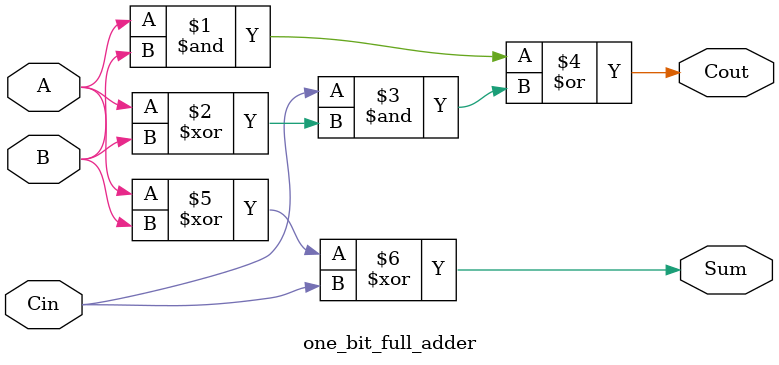
<source format=v>
`timescale 1ns / 1ps

module one_bit_full_adder(
    input A, 
    input B, 
    input Cin,
    output Sum, 
    output Cout
    );
    
    assign Cout = A & B | Cin & (A ^ B);
    assign Sum = A ^ B ^ Cin;
endmodule

</source>
